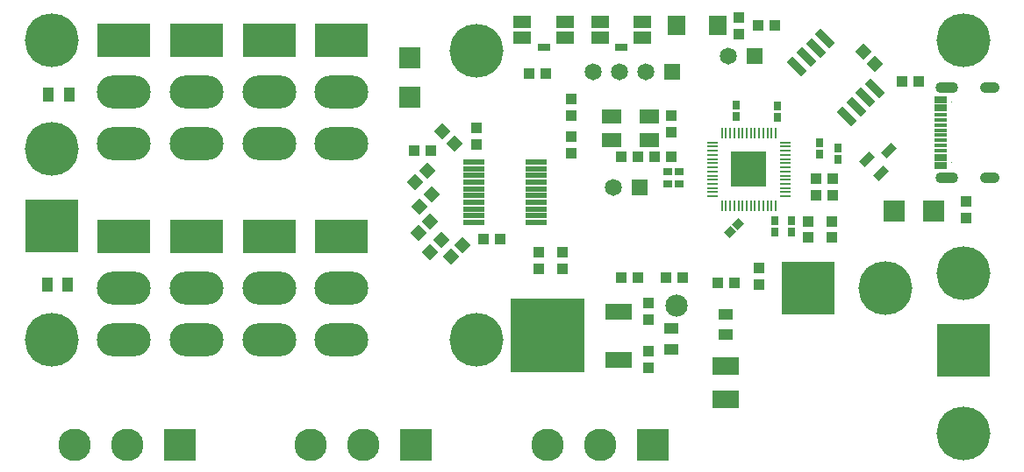
<source format=gts>
G04*
G04 #@! TF.GenerationSoftware,Altium Limited,CircuitStudio,1.5.2 (30)*
G04*
G04 Layer_Color=20142*
%FSLAX25Y25*%
%MOIN*%
G70*
G01*
G75*
%ADD78R,0.10394X0.06457*%
%ADD79R,0.28110X0.28110*%
%ADD80R,0.04882X0.02520*%
%ADD81R,0.06850X0.04685*%
%ADD82P,0.06347X4X270.0*%
%ADD83R,0.04488X0.04488*%
%ADD84P,0.06347X4X180.0*%
%ADD85R,0.04488X0.04488*%
%ADD86R,0.03307X0.02913*%
%ADD87R,0.02913X0.03307*%
G04:AMPARAMS|DCode=88|XSize=33.07mil|YSize=29.13mil|CornerRadius=0mil|HoleSize=0mil|Usage=FLASHONLY|Rotation=225.000|XOffset=0mil|YOffset=0mil|HoleType=Round|Shape=Rectangle|*
%AMROTATEDRECTD88*
4,1,4,0.00139,0.02199,0.02199,0.00139,-0.00139,-0.02199,-0.02199,-0.00139,0.00139,0.02199,0.0*
%
%ADD88ROTATEDRECTD88*%

G04:AMPARAMS|DCode=89|XSize=29.13mil|YSize=76.38mil|CornerRadius=0mil|HoleSize=0mil|Usage=FLASHONLY|Rotation=225.000|XOffset=0mil|YOffset=0mil|HoleType=Round|Shape=Rectangle|*
%AMROTATEDRECTD89*
4,1,4,-0.01670,0.03730,0.03730,-0.01670,0.01670,-0.03730,-0.03730,0.01670,-0.01670,0.03730,0.0*
%
%ADD89ROTATEDRECTD89*%

G04:AMPARAMS|DCode=90|XSize=55.91mil|YSize=28.35mil|CornerRadius=0mil|HoleSize=0mil|Usage=FLASHONLY|Rotation=45.000|XOffset=0mil|YOffset=0mil|HoleType=Round|Shape=Rectangle|*
%AMROTATEDRECTD90*
4,1,4,-0.00974,-0.02979,-0.02979,-0.00974,0.00974,0.02979,0.02979,0.00974,-0.00974,-0.02979,0.0*
%
%ADD90ROTATEDRECTD90*%

%ADD91R,0.04843X0.02677*%
%ADD92R,0.04843X0.01496*%
%ADD93R,0.13386X0.13386*%
%ADD94R,0.01102X0.04252*%
%ADD95R,0.04252X0.01102*%
%ADD96R,0.08189X0.01969*%
%ADD97R,0.07559X0.05591*%
%ADD98R,0.06850X0.07638*%
%ADD99R,0.08425X0.08425*%
%ADD100R,0.08425X0.08425*%
%ADD101R,0.05276X0.04488*%
%ADD102R,0.10394X0.06850*%
%ADD103R,0.04488X0.05276*%
%ADD104C,0.12362*%
%ADD105R,0.12362X0.12362*%
%ADD106R,0.06457X0.06457*%
%ADD107C,0.06457*%
%ADD108C,0.20472*%
%ADD109R,0.20472X0.20472*%
%ADD110R,0.20472X0.20472*%
%ADD111O,0.20472X0.12598*%
%ADD112R,0.20472X0.12598*%
%ADD113O,0.07402X0.04252*%
%ADD114O,0.08583X0.04252*%
%ADD115R,0.00315X0.00315*%
%ADD116C,0.08425*%
%ADD117C,0.02913*%
D78*
X227362Y43780D02*
D03*
Y61890D02*
D03*
D79*
X200197Y52835D02*
D03*
D80*
X228346Y162599D02*
D03*
X198819Y162598D02*
D03*
D81*
X220276Y166142D02*
D03*
X236417D02*
D03*
Y172441D02*
D03*
X220276D02*
D03*
X190748Y166142D02*
D03*
X206890D02*
D03*
Y172441D02*
D03*
X190748D02*
D03*
D82*
X160101Y89235D02*
D03*
X155647Y84781D02*
D03*
X155770Y96322D02*
D03*
X151316Y91867D02*
D03*
X156164Y106558D02*
D03*
X151710Y102104D02*
D03*
X154589Y115613D02*
D03*
X150135Y111159D02*
D03*
X167975Y87266D02*
D03*
X163521Y82812D02*
D03*
D83*
X155905Y123228D02*
D03*
X149606D02*
D03*
X199606Y152756D02*
D03*
X193307D02*
D03*
X308661Y112598D02*
D03*
X302362D02*
D03*
X308661Y106299D02*
D03*
X302362D02*
D03*
X182283Y89764D02*
D03*
X175984D02*
D03*
X280315Y170866D02*
D03*
X286614D02*
D03*
X228346Y120866D02*
D03*
X234646D02*
D03*
X251575Y74803D02*
D03*
X245276D02*
D03*
X341339Y149606D02*
D03*
X335039D02*
D03*
X240945Y120866D02*
D03*
X247244D02*
D03*
X271260Y72835D02*
D03*
X264961D02*
D03*
X228346Y74803D02*
D03*
X234646D02*
D03*
D84*
X164825Y126119D02*
D03*
X160371Y130574D02*
D03*
X324668Y156434D02*
D03*
X320214Y160889D02*
D03*
D85*
X173228Y125591D02*
D03*
Y131890D02*
D03*
X209449Y142913D02*
D03*
Y136614D02*
D03*
Y128740D02*
D03*
Y122441D02*
D03*
X308268Y90158D02*
D03*
Y96457D02*
D03*
X238583Y59055D02*
D03*
Y65354D02*
D03*
Y46850D02*
D03*
Y40551D02*
D03*
X247244Y136614D02*
D03*
Y130315D02*
D03*
X280709Y72441D02*
D03*
Y78740D02*
D03*
X205906Y84646D02*
D03*
Y78347D02*
D03*
X359449Y103937D02*
D03*
Y97638D02*
D03*
X272835Y174016D02*
D03*
Y167717D02*
D03*
X299213Y90158D02*
D03*
Y96457D02*
D03*
X196850Y84646D02*
D03*
Y78347D02*
D03*
D86*
X245866Y110630D02*
D03*
X250197D02*
D03*
X245866Y115354D02*
D03*
X250197D02*
D03*
D87*
X303543Y126181D02*
D03*
Y121850D02*
D03*
X287795Y140354D02*
D03*
Y136024D02*
D03*
X272047Y140748D02*
D03*
Y136417D02*
D03*
X286614Y92323D02*
D03*
Y96653D02*
D03*
X310630Y124213D02*
D03*
Y119882D02*
D03*
X292913Y92323D02*
D03*
Y96653D02*
D03*
D88*
X269729Y92170D02*
D03*
X272791Y95232D02*
D03*
D89*
X314004Y136413D02*
D03*
X317540Y139948D02*
D03*
X321076Y143484D02*
D03*
X324611Y147019D02*
D03*
X305681Y165950D02*
D03*
X302145Y162414D02*
D03*
X298609Y158879D02*
D03*
X295074Y155343D02*
D03*
D90*
X326907Y114722D02*
D03*
X321618Y120011D02*
D03*
X330108Y123213D02*
D03*
D91*
X349754Y142717D02*
D03*
Y139567D02*
D03*
Y120669D02*
D03*
Y117520D02*
D03*
D92*
Y135039D02*
D03*
Y133071D02*
D03*
Y131102D02*
D03*
Y137008D02*
D03*
Y123228D02*
D03*
Y129134D02*
D03*
Y127165D02*
D03*
Y125197D02*
D03*
D93*
X276772Y116142D02*
D03*
D94*
X287008Y129921D02*
D03*
X285433D02*
D03*
X283858D02*
D03*
X282283D02*
D03*
X280709D02*
D03*
X279134D02*
D03*
X277559D02*
D03*
X275984D02*
D03*
X274410D02*
D03*
X272835D02*
D03*
X271260D02*
D03*
X269685D02*
D03*
X268110D02*
D03*
X266535D02*
D03*
Y102362D02*
D03*
X268110D02*
D03*
X269685D02*
D03*
X271260D02*
D03*
X272835D02*
D03*
X274410D02*
D03*
X275984D02*
D03*
X277559D02*
D03*
X279134D02*
D03*
X280709D02*
D03*
X282283D02*
D03*
X283858D02*
D03*
X285433D02*
D03*
X287008D02*
D03*
D95*
X262992Y126378D02*
D03*
Y124803D02*
D03*
Y123228D02*
D03*
Y121653D02*
D03*
Y120079D02*
D03*
Y118504D02*
D03*
Y116929D02*
D03*
Y115354D02*
D03*
Y113779D02*
D03*
Y112205D02*
D03*
Y110630D02*
D03*
Y109055D02*
D03*
Y107480D02*
D03*
Y105905D02*
D03*
X290551D02*
D03*
Y107480D02*
D03*
Y109055D02*
D03*
Y110630D02*
D03*
Y112205D02*
D03*
Y113779D02*
D03*
Y115354D02*
D03*
Y116929D02*
D03*
Y118504D02*
D03*
Y120079D02*
D03*
Y121653D02*
D03*
Y123228D02*
D03*
Y124803D02*
D03*
Y126378D02*
D03*
D96*
X172441Y95964D02*
D03*
Y98524D02*
D03*
Y101083D02*
D03*
Y103642D02*
D03*
Y106201D02*
D03*
Y108760D02*
D03*
Y111319D02*
D03*
Y113878D02*
D03*
Y116437D02*
D03*
Y118996D02*
D03*
X196063D02*
D03*
Y116437D02*
D03*
Y113878D02*
D03*
Y111319D02*
D03*
Y108760D02*
D03*
Y106201D02*
D03*
Y103642D02*
D03*
Y101083D02*
D03*
Y98524D02*
D03*
Y95964D02*
D03*
D97*
X224803Y136417D02*
D03*
X238976D02*
D03*
Y127362D02*
D03*
X224803D02*
D03*
D98*
X249213Y170866D02*
D03*
X264961D02*
D03*
D99*
X331890Y100394D02*
D03*
X346850D02*
D03*
D100*
X148031Y158661D02*
D03*
Y143701D02*
D03*
D101*
X268110Y53150D02*
D03*
Y61024D02*
D03*
X247244Y47638D02*
D03*
Y55512D02*
D03*
D102*
X268110Y41339D02*
D03*
Y28740D02*
D03*
D103*
X10630Y144488D02*
D03*
X18504D02*
D03*
X10236Y72441D02*
D03*
X18110D02*
D03*
D104*
X200472Y11417D02*
D03*
X220472D02*
D03*
X110315D02*
D03*
X130315D02*
D03*
X20551D02*
D03*
X40551D02*
D03*
D105*
X240472D02*
D03*
X150315D02*
D03*
X60551D02*
D03*
D106*
X235433Y109449D02*
D03*
X279134Y159449D02*
D03*
X247638Y153150D02*
D03*
D107*
X225433Y109449D02*
D03*
X269134Y159449D02*
D03*
X237638Y153150D02*
D03*
X227638D02*
D03*
X217638D02*
D03*
D108*
X358268Y15748D02*
D03*
Y76772D02*
D03*
X11811Y124016D02*
D03*
X328740Y70866D02*
D03*
X11811Y165354D02*
D03*
X358268D02*
D03*
X11811Y51181D02*
D03*
X173228D02*
D03*
Y161417D02*
D03*
D109*
X358268Y47244D02*
D03*
X11811Y94488D02*
D03*
D110*
X299213Y70866D02*
D03*
D111*
X122047Y145669D02*
D03*
Y125984D02*
D03*
X94488D02*
D03*
Y145669D02*
D03*
X66929D02*
D03*
Y125984D02*
D03*
X39370D02*
D03*
Y145669D02*
D03*
X94488Y70866D02*
D03*
Y51181D02*
D03*
X66929D02*
D03*
Y70866D02*
D03*
X39370D02*
D03*
Y51181D02*
D03*
X122047D02*
D03*
Y70866D02*
D03*
D112*
Y165354D02*
D03*
X94488D02*
D03*
X66929D02*
D03*
X39370D02*
D03*
X94488Y90551D02*
D03*
X66929D02*
D03*
X39370D02*
D03*
X122047D02*
D03*
D113*
X368356Y147126D02*
D03*
Y113110D02*
D03*
D114*
X352018Y147126D02*
D03*
Y113110D02*
D03*
D115*
X353986Y118740D02*
D03*
Y141496D02*
D03*
D116*
X249213Y64173D02*
D03*
D117*
X272047Y120866D02*
D03*
X281496D02*
D03*
Y111417D02*
D03*
X272047D02*
D03*
X276772Y116142D02*
D03*
M02*

</source>
